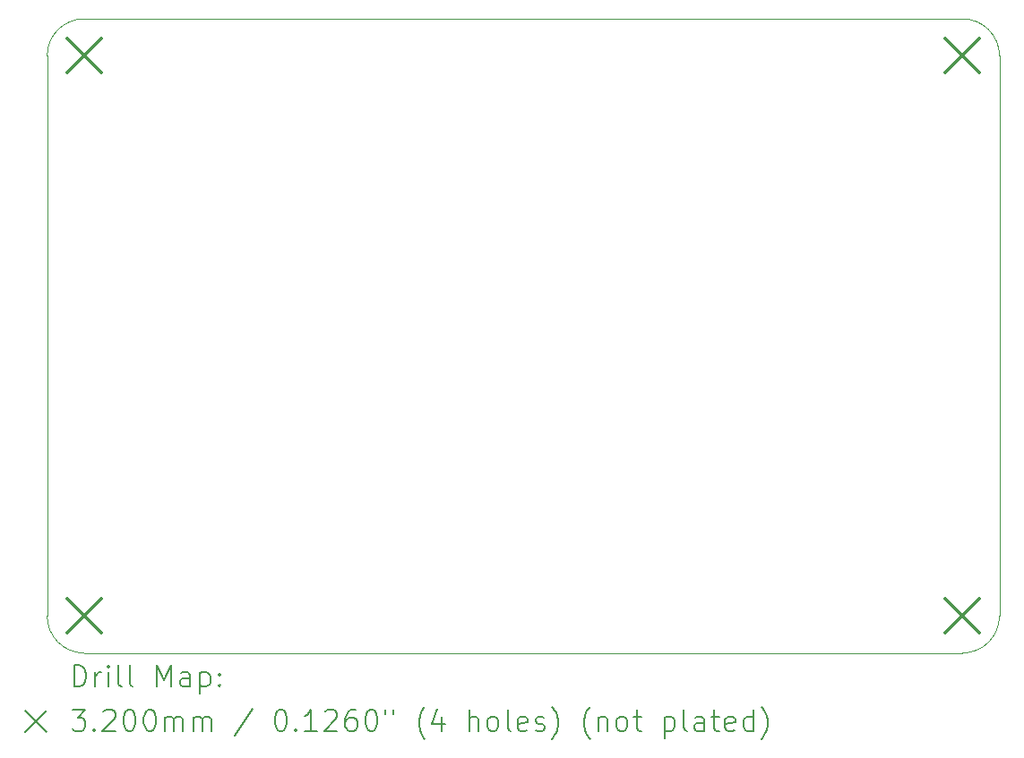
<source format=gbr>
%TF.GenerationSoftware,KiCad,Pcbnew,7.0.7*%
%TF.CreationDate,2023-09-15T22:31:14+02:00*%
%TF.ProjectId,Nixie PSU,4e697869-6520-4505-9355-2e6b69636164,rev?*%
%TF.SameCoordinates,Original*%
%TF.FileFunction,Drillmap*%
%TF.FilePolarity,Positive*%
%FSLAX45Y45*%
G04 Gerber Fmt 4.5, Leading zero omitted, Abs format (unit mm)*
G04 Created by KiCad (PCBNEW 7.0.7) date 2023-09-15 22:31:14*
%MOMM*%
%LPD*%
G01*
G04 APERTURE LIST*
%ADD10C,0.100000*%
%ADD11C,0.200000*%
%ADD12C,0.320000*%
G04 APERTURE END LIST*
D10*
X19650000Y-5800000D02*
X19650000Y-11100000D01*
X11000000Y-11450000D02*
X19300000Y-11450000D01*
X19300000Y-11450000D02*
G75*
G03*
X19650000Y-11100000I0J350000D01*
G01*
X11000000Y-5450000D02*
G75*
G03*
X10650000Y-5800000I0J-350000D01*
G01*
X10650000Y-11100000D02*
G75*
G03*
X11000000Y-11450000I350000J0D01*
G01*
X19650000Y-5800000D02*
G75*
G03*
X19300000Y-5450000I-350000J0D01*
G01*
X10650000Y-5800000D02*
X10650000Y-11100000D01*
X11000000Y-5450000D02*
X19300000Y-5450000D01*
D11*
D12*
X10840000Y-5640000D02*
X11160000Y-5960000D01*
X11160000Y-5640000D02*
X10840000Y-5960000D01*
X10840000Y-10940000D02*
X11160000Y-11260000D01*
X11160000Y-10940000D02*
X10840000Y-11260000D01*
X19140000Y-5640000D02*
X19460000Y-5960000D01*
X19460000Y-5640000D02*
X19140000Y-5960000D01*
X19140000Y-10940000D02*
X19460000Y-11260000D01*
X19460000Y-10940000D02*
X19140000Y-11260000D01*
D11*
X10905777Y-11766484D02*
X10905777Y-11566484D01*
X10905777Y-11566484D02*
X10953396Y-11566484D01*
X10953396Y-11566484D02*
X10981967Y-11576008D01*
X10981967Y-11576008D02*
X11001015Y-11595055D01*
X11001015Y-11595055D02*
X11010539Y-11614103D01*
X11010539Y-11614103D02*
X11020063Y-11652198D01*
X11020063Y-11652198D02*
X11020063Y-11680769D01*
X11020063Y-11680769D02*
X11010539Y-11718865D01*
X11010539Y-11718865D02*
X11001015Y-11737912D01*
X11001015Y-11737912D02*
X10981967Y-11756960D01*
X10981967Y-11756960D02*
X10953396Y-11766484D01*
X10953396Y-11766484D02*
X10905777Y-11766484D01*
X11105777Y-11766484D02*
X11105777Y-11633150D01*
X11105777Y-11671246D02*
X11115301Y-11652198D01*
X11115301Y-11652198D02*
X11124824Y-11642674D01*
X11124824Y-11642674D02*
X11143872Y-11633150D01*
X11143872Y-11633150D02*
X11162920Y-11633150D01*
X11229586Y-11766484D02*
X11229586Y-11633150D01*
X11229586Y-11566484D02*
X11220062Y-11576008D01*
X11220062Y-11576008D02*
X11229586Y-11585531D01*
X11229586Y-11585531D02*
X11239110Y-11576008D01*
X11239110Y-11576008D02*
X11229586Y-11566484D01*
X11229586Y-11566484D02*
X11229586Y-11585531D01*
X11353396Y-11766484D02*
X11334348Y-11756960D01*
X11334348Y-11756960D02*
X11324824Y-11737912D01*
X11324824Y-11737912D02*
X11324824Y-11566484D01*
X11458158Y-11766484D02*
X11439110Y-11756960D01*
X11439110Y-11756960D02*
X11429586Y-11737912D01*
X11429586Y-11737912D02*
X11429586Y-11566484D01*
X11686729Y-11766484D02*
X11686729Y-11566484D01*
X11686729Y-11566484D02*
X11753396Y-11709341D01*
X11753396Y-11709341D02*
X11820062Y-11566484D01*
X11820062Y-11566484D02*
X11820062Y-11766484D01*
X12001015Y-11766484D02*
X12001015Y-11661722D01*
X12001015Y-11661722D02*
X11991491Y-11642674D01*
X11991491Y-11642674D02*
X11972443Y-11633150D01*
X11972443Y-11633150D02*
X11934348Y-11633150D01*
X11934348Y-11633150D02*
X11915301Y-11642674D01*
X12001015Y-11756960D02*
X11981967Y-11766484D01*
X11981967Y-11766484D02*
X11934348Y-11766484D01*
X11934348Y-11766484D02*
X11915301Y-11756960D01*
X11915301Y-11756960D02*
X11905777Y-11737912D01*
X11905777Y-11737912D02*
X11905777Y-11718865D01*
X11905777Y-11718865D02*
X11915301Y-11699817D01*
X11915301Y-11699817D02*
X11934348Y-11690293D01*
X11934348Y-11690293D02*
X11981967Y-11690293D01*
X11981967Y-11690293D02*
X12001015Y-11680769D01*
X12096253Y-11633150D02*
X12096253Y-11833150D01*
X12096253Y-11642674D02*
X12115301Y-11633150D01*
X12115301Y-11633150D02*
X12153396Y-11633150D01*
X12153396Y-11633150D02*
X12172443Y-11642674D01*
X12172443Y-11642674D02*
X12181967Y-11652198D01*
X12181967Y-11652198D02*
X12191491Y-11671246D01*
X12191491Y-11671246D02*
X12191491Y-11728388D01*
X12191491Y-11728388D02*
X12181967Y-11747436D01*
X12181967Y-11747436D02*
X12172443Y-11756960D01*
X12172443Y-11756960D02*
X12153396Y-11766484D01*
X12153396Y-11766484D02*
X12115301Y-11766484D01*
X12115301Y-11766484D02*
X12096253Y-11756960D01*
X12277205Y-11747436D02*
X12286729Y-11756960D01*
X12286729Y-11756960D02*
X12277205Y-11766484D01*
X12277205Y-11766484D02*
X12267682Y-11756960D01*
X12267682Y-11756960D02*
X12277205Y-11747436D01*
X12277205Y-11747436D02*
X12277205Y-11766484D01*
X12277205Y-11642674D02*
X12286729Y-11652198D01*
X12286729Y-11652198D02*
X12277205Y-11661722D01*
X12277205Y-11661722D02*
X12267682Y-11652198D01*
X12267682Y-11652198D02*
X12277205Y-11642674D01*
X12277205Y-11642674D02*
X12277205Y-11661722D01*
X10445000Y-11995000D02*
X10645000Y-12195000D01*
X10645000Y-11995000D02*
X10445000Y-12195000D01*
X10886729Y-11986484D02*
X11010539Y-11986484D01*
X11010539Y-11986484D02*
X10943872Y-12062674D01*
X10943872Y-12062674D02*
X10972444Y-12062674D01*
X10972444Y-12062674D02*
X10991491Y-12072198D01*
X10991491Y-12072198D02*
X11001015Y-12081722D01*
X11001015Y-12081722D02*
X11010539Y-12100769D01*
X11010539Y-12100769D02*
X11010539Y-12148388D01*
X11010539Y-12148388D02*
X11001015Y-12167436D01*
X11001015Y-12167436D02*
X10991491Y-12176960D01*
X10991491Y-12176960D02*
X10972444Y-12186484D01*
X10972444Y-12186484D02*
X10915301Y-12186484D01*
X10915301Y-12186484D02*
X10896253Y-12176960D01*
X10896253Y-12176960D02*
X10886729Y-12167436D01*
X11096253Y-12167436D02*
X11105777Y-12176960D01*
X11105777Y-12176960D02*
X11096253Y-12186484D01*
X11096253Y-12186484D02*
X11086729Y-12176960D01*
X11086729Y-12176960D02*
X11096253Y-12167436D01*
X11096253Y-12167436D02*
X11096253Y-12186484D01*
X11181967Y-12005531D02*
X11191491Y-11996008D01*
X11191491Y-11996008D02*
X11210539Y-11986484D01*
X11210539Y-11986484D02*
X11258158Y-11986484D01*
X11258158Y-11986484D02*
X11277205Y-11996008D01*
X11277205Y-11996008D02*
X11286729Y-12005531D01*
X11286729Y-12005531D02*
X11296253Y-12024579D01*
X11296253Y-12024579D02*
X11296253Y-12043627D01*
X11296253Y-12043627D02*
X11286729Y-12072198D01*
X11286729Y-12072198D02*
X11172444Y-12186484D01*
X11172444Y-12186484D02*
X11296253Y-12186484D01*
X11420062Y-11986484D02*
X11439110Y-11986484D01*
X11439110Y-11986484D02*
X11458158Y-11996008D01*
X11458158Y-11996008D02*
X11467682Y-12005531D01*
X11467682Y-12005531D02*
X11477205Y-12024579D01*
X11477205Y-12024579D02*
X11486729Y-12062674D01*
X11486729Y-12062674D02*
X11486729Y-12110293D01*
X11486729Y-12110293D02*
X11477205Y-12148388D01*
X11477205Y-12148388D02*
X11467682Y-12167436D01*
X11467682Y-12167436D02*
X11458158Y-12176960D01*
X11458158Y-12176960D02*
X11439110Y-12186484D01*
X11439110Y-12186484D02*
X11420062Y-12186484D01*
X11420062Y-12186484D02*
X11401015Y-12176960D01*
X11401015Y-12176960D02*
X11391491Y-12167436D01*
X11391491Y-12167436D02*
X11381967Y-12148388D01*
X11381967Y-12148388D02*
X11372443Y-12110293D01*
X11372443Y-12110293D02*
X11372443Y-12062674D01*
X11372443Y-12062674D02*
X11381967Y-12024579D01*
X11381967Y-12024579D02*
X11391491Y-12005531D01*
X11391491Y-12005531D02*
X11401015Y-11996008D01*
X11401015Y-11996008D02*
X11420062Y-11986484D01*
X11610539Y-11986484D02*
X11629586Y-11986484D01*
X11629586Y-11986484D02*
X11648634Y-11996008D01*
X11648634Y-11996008D02*
X11658158Y-12005531D01*
X11658158Y-12005531D02*
X11667682Y-12024579D01*
X11667682Y-12024579D02*
X11677205Y-12062674D01*
X11677205Y-12062674D02*
X11677205Y-12110293D01*
X11677205Y-12110293D02*
X11667682Y-12148388D01*
X11667682Y-12148388D02*
X11658158Y-12167436D01*
X11658158Y-12167436D02*
X11648634Y-12176960D01*
X11648634Y-12176960D02*
X11629586Y-12186484D01*
X11629586Y-12186484D02*
X11610539Y-12186484D01*
X11610539Y-12186484D02*
X11591491Y-12176960D01*
X11591491Y-12176960D02*
X11581967Y-12167436D01*
X11581967Y-12167436D02*
X11572443Y-12148388D01*
X11572443Y-12148388D02*
X11562920Y-12110293D01*
X11562920Y-12110293D02*
X11562920Y-12062674D01*
X11562920Y-12062674D02*
X11572443Y-12024579D01*
X11572443Y-12024579D02*
X11581967Y-12005531D01*
X11581967Y-12005531D02*
X11591491Y-11996008D01*
X11591491Y-11996008D02*
X11610539Y-11986484D01*
X11762920Y-12186484D02*
X11762920Y-12053150D01*
X11762920Y-12072198D02*
X11772443Y-12062674D01*
X11772443Y-12062674D02*
X11791491Y-12053150D01*
X11791491Y-12053150D02*
X11820063Y-12053150D01*
X11820063Y-12053150D02*
X11839110Y-12062674D01*
X11839110Y-12062674D02*
X11848634Y-12081722D01*
X11848634Y-12081722D02*
X11848634Y-12186484D01*
X11848634Y-12081722D02*
X11858158Y-12062674D01*
X11858158Y-12062674D02*
X11877205Y-12053150D01*
X11877205Y-12053150D02*
X11905777Y-12053150D01*
X11905777Y-12053150D02*
X11924824Y-12062674D01*
X11924824Y-12062674D02*
X11934348Y-12081722D01*
X11934348Y-12081722D02*
X11934348Y-12186484D01*
X12029586Y-12186484D02*
X12029586Y-12053150D01*
X12029586Y-12072198D02*
X12039110Y-12062674D01*
X12039110Y-12062674D02*
X12058158Y-12053150D01*
X12058158Y-12053150D02*
X12086729Y-12053150D01*
X12086729Y-12053150D02*
X12105777Y-12062674D01*
X12105777Y-12062674D02*
X12115301Y-12081722D01*
X12115301Y-12081722D02*
X12115301Y-12186484D01*
X12115301Y-12081722D02*
X12124824Y-12062674D01*
X12124824Y-12062674D02*
X12143872Y-12053150D01*
X12143872Y-12053150D02*
X12172443Y-12053150D01*
X12172443Y-12053150D02*
X12191491Y-12062674D01*
X12191491Y-12062674D02*
X12201015Y-12081722D01*
X12201015Y-12081722D02*
X12201015Y-12186484D01*
X12591491Y-11976960D02*
X12420063Y-12234103D01*
X12848634Y-11986484D02*
X12867682Y-11986484D01*
X12867682Y-11986484D02*
X12886729Y-11996008D01*
X12886729Y-11996008D02*
X12896253Y-12005531D01*
X12896253Y-12005531D02*
X12905777Y-12024579D01*
X12905777Y-12024579D02*
X12915301Y-12062674D01*
X12915301Y-12062674D02*
X12915301Y-12110293D01*
X12915301Y-12110293D02*
X12905777Y-12148388D01*
X12905777Y-12148388D02*
X12896253Y-12167436D01*
X12896253Y-12167436D02*
X12886729Y-12176960D01*
X12886729Y-12176960D02*
X12867682Y-12186484D01*
X12867682Y-12186484D02*
X12848634Y-12186484D01*
X12848634Y-12186484D02*
X12829586Y-12176960D01*
X12829586Y-12176960D02*
X12820063Y-12167436D01*
X12820063Y-12167436D02*
X12810539Y-12148388D01*
X12810539Y-12148388D02*
X12801015Y-12110293D01*
X12801015Y-12110293D02*
X12801015Y-12062674D01*
X12801015Y-12062674D02*
X12810539Y-12024579D01*
X12810539Y-12024579D02*
X12820063Y-12005531D01*
X12820063Y-12005531D02*
X12829586Y-11996008D01*
X12829586Y-11996008D02*
X12848634Y-11986484D01*
X13001015Y-12167436D02*
X13010539Y-12176960D01*
X13010539Y-12176960D02*
X13001015Y-12186484D01*
X13001015Y-12186484D02*
X12991491Y-12176960D01*
X12991491Y-12176960D02*
X13001015Y-12167436D01*
X13001015Y-12167436D02*
X13001015Y-12186484D01*
X13201015Y-12186484D02*
X13086729Y-12186484D01*
X13143872Y-12186484D02*
X13143872Y-11986484D01*
X13143872Y-11986484D02*
X13124825Y-12015055D01*
X13124825Y-12015055D02*
X13105777Y-12034103D01*
X13105777Y-12034103D02*
X13086729Y-12043627D01*
X13277206Y-12005531D02*
X13286729Y-11996008D01*
X13286729Y-11996008D02*
X13305777Y-11986484D01*
X13305777Y-11986484D02*
X13353396Y-11986484D01*
X13353396Y-11986484D02*
X13372444Y-11996008D01*
X13372444Y-11996008D02*
X13381967Y-12005531D01*
X13381967Y-12005531D02*
X13391491Y-12024579D01*
X13391491Y-12024579D02*
X13391491Y-12043627D01*
X13391491Y-12043627D02*
X13381967Y-12072198D01*
X13381967Y-12072198D02*
X13267682Y-12186484D01*
X13267682Y-12186484D02*
X13391491Y-12186484D01*
X13562920Y-11986484D02*
X13524825Y-11986484D01*
X13524825Y-11986484D02*
X13505777Y-11996008D01*
X13505777Y-11996008D02*
X13496253Y-12005531D01*
X13496253Y-12005531D02*
X13477206Y-12034103D01*
X13477206Y-12034103D02*
X13467682Y-12072198D01*
X13467682Y-12072198D02*
X13467682Y-12148388D01*
X13467682Y-12148388D02*
X13477206Y-12167436D01*
X13477206Y-12167436D02*
X13486729Y-12176960D01*
X13486729Y-12176960D02*
X13505777Y-12186484D01*
X13505777Y-12186484D02*
X13543872Y-12186484D01*
X13543872Y-12186484D02*
X13562920Y-12176960D01*
X13562920Y-12176960D02*
X13572444Y-12167436D01*
X13572444Y-12167436D02*
X13581967Y-12148388D01*
X13581967Y-12148388D02*
X13581967Y-12100769D01*
X13581967Y-12100769D02*
X13572444Y-12081722D01*
X13572444Y-12081722D02*
X13562920Y-12072198D01*
X13562920Y-12072198D02*
X13543872Y-12062674D01*
X13543872Y-12062674D02*
X13505777Y-12062674D01*
X13505777Y-12062674D02*
X13486729Y-12072198D01*
X13486729Y-12072198D02*
X13477206Y-12081722D01*
X13477206Y-12081722D02*
X13467682Y-12100769D01*
X13705777Y-11986484D02*
X13724825Y-11986484D01*
X13724825Y-11986484D02*
X13743872Y-11996008D01*
X13743872Y-11996008D02*
X13753396Y-12005531D01*
X13753396Y-12005531D02*
X13762920Y-12024579D01*
X13762920Y-12024579D02*
X13772444Y-12062674D01*
X13772444Y-12062674D02*
X13772444Y-12110293D01*
X13772444Y-12110293D02*
X13762920Y-12148388D01*
X13762920Y-12148388D02*
X13753396Y-12167436D01*
X13753396Y-12167436D02*
X13743872Y-12176960D01*
X13743872Y-12176960D02*
X13724825Y-12186484D01*
X13724825Y-12186484D02*
X13705777Y-12186484D01*
X13705777Y-12186484D02*
X13686729Y-12176960D01*
X13686729Y-12176960D02*
X13677206Y-12167436D01*
X13677206Y-12167436D02*
X13667682Y-12148388D01*
X13667682Y-12148388D02*
X13658158Y-12110293D01*
X13658158Y-12110293D02*
X13658158Y-12062674D01*
X13658158Y-12062674D02*
X13667682Y-12024579D01*
X13667682Y-12024579D02*
X13677206Y-12005531D01*
X13677206Y-12005531D02*
X13686729Y-11996008D01*
X13686729Y-11996008D02*
X13705777Y-11986484D01*
X13848634Y-11986484D02*
X13848634Y-12024579D01*
X13924825Y-11986484D02*
X13924825Y-12024579D01*
X14220063Y-12262674D02*
X14210539Y-12253150D01*
X14210539Y-12253150D02*
X14191491Y-12224579D01*
X14191491Y-12224579D02*
X14181968Y-12205531D01*
X14181968Y-12205531D02*
X14172444Y-12176960D01*
X14172444Y-12176960D02*
X14162920Y-12129341D01*
X14162920Y-12129341D02*
X14162920Y-12091246D01*
X14162920Y-12091246D02*
X14172444Y-12043627D01*
X14172444Y-12043627D02*
X14181968Y-12015055D01*
X14181968Y-12015055D02*
X14191491Y-11996008D01*
X14191491Y-11996008D02*
X14210539Y-11967436D01*
X14210539Y-11967436D02*
X14220063Y-11957912D01*
X14381968Y-12053150D02*
X14381968Y-12186484D01*
X14334348Y-11976960D02*
X14286729Y-12119817D01*
X14286729Y-12119817D02*
X14410539Y-12119817D01*
X14639110Y-12186484D02*
X14639110Y-11986484D01*
X14724825Y-12186484D02*
X14724825Y-12081722D01*
X14724825Y-12081722D02*
X14715301Y-12062674D01*
X14715301Y-12062674D02*
X14696253Y-12053150D01*
X14696253Y-12053150D02*
X14667682Y-12053150D01*
X14667682Y-12053150D02*
X14648634Y-12062674D01*
X14648634Y-12062674D02*
X14639110Y-12072198D01*
X14848634Y-12186484D02*
X14829587Y-12176960D01*
X14829587Y-12176960D02*
X14820063Y-12167436D01*
X14820063Y-12167436D02*
X14810539Y-12148388D01*
X14810539Y-12148388D02*
X14810539Y-12091246D01*
X14810539Y-12091246D02*
X14820063Y-12072198D01*
X14820063Y-12072198D02*
X14829587Y-12062674D01*
X14829587Y-12062674D02*
X14848634Y-12053150D01*
X14848634Y-12053150D02*
X14877206Y-12053150D01*
X14877206Y-12053150D02*
X14896253Y-12062674D01*
X14896253Y-12062674D02*
X14905777Y-12072198D01*
X14905777Y-12072198D02*
X14915301Y-12091246D01*
X14915301Y-12091246D02*
X14915301Y-12148388D01*
X14915301Y-12148388D02*
X14905777Y-12167436D01*
X14905777Y-12167436D02*
X14896253Y-12176960D01*
X14896253Y-12176960D02*
X14877206Y-12186484D01*
X14877206Y-12186484D02*
X14848634Y-12186484D01*
X15029587Y-12186484D02*
X15010539Y-12176960D01*
X15010539Y-12176960D02*
X15001015Y-12157912D01*
X15001015Y-12157912D02*
X15001015Y-11986484D01*
X15181968Y-12176960D02*
X15162920Y-12186484D01*
X15162920Y-12186484D02*
X15124825Y-12186484D01*
X15124825Y-12186484D02*
X15105777Y-12176960D01*
X15105777Y-12176960D02*
X15096253Y-12157912D01*
X15096253Y-12157912D02*
X15096253Y-12081722D01*
X15096253Y-12081722D02*
X15105777Y-12062674D01*
X15105777Y-12062674D02*
X15124825Y-12053150D01*
X15124825Y-12053150D02*
X15162920Y-12053150D01*
X15162920Y-12053150D02*
X15181968Y-12062674D01*
X15181968Y-12062674D02*
X15191491Y-12081722D01*
X15191491Y-12081722D02*
X15191491Y-12100769D01*
X15191491Y-12100769D02*
X15096253Y-12119817D01*
X15267682Y-12176960D02*
X15286730Y-12186484D01*
X15286730Y-12186484D02*
X15324825Y-12186484D01*
X15324825Y-12186484D02*
X15343872Y-12176960D01*
X15343872Y-12176960D02*
X15353396Y-12157912D01*
X15353396Y-12157912D02*
X15353396Y-12148388D01*
X15353396Y-12148388D02*
X15343872Y-12129341D01*
X15343872Y-12129341D02*
X15324825Y-12119817D01*
X15324825Y-12119817D02*
X15296253Y-12119817D01*
X15296253Y-12119817D02*
X15277206Y-12110293D01*
X15277206Y-12110293D02*
X15267682Y-12091246D01*
X15267682Y-12091246D02*
X15267682Y-12081722D01*
X15267682Y-12081722D02*
X15277206Y-12062674D01*
X15277206Y-12062674D02*
X15296253Y-12053150D01*
X15296253Y-12053150D02*
X15324825Y-12053150D01*
X15324825Y-12053150D02*
X15343872Y-12062674D01*
X15420063Y-12262674D02*
X15429587Y-12253150D01*
X15429587Y-12253150D02*
X15448634Y-12224579D01*
X15448634Y-12224579D02*
X15458158Y-12205531D01*
X15458158Y-12205531D02*
X15467682Y-12176960D01*
X15467682Y-12176960D02*
X15477206Y-12129341D01*
X15477206Y-12129341D02*
X15477206Y-12091246D01*
X15477206Y-12091246D02*
X15467682Y-12043627D01*
X15467682Y-12043627D02*
X15458158Y-12015055D01*
X15458158Y-12015055D02*
X15448634Y-11996008D01*
X15448634Y-11996008D02*
X15429587Y-11967436D01*
X15429587Y-11967436D02*
X15420063Y-11957912D01*
X15781968Y-12262674D02*
X15772444Y-12253150D01*
X15772444Y-12253150D02*
X15753396Y-12224579D01*
X15753396Y-12224579D02*
X15743872Y-12205531D01*
X15743872Y-12205531D02*
X15734349Y-12176960D01*
X15734349Y-12176960D02*
X15724825Y-12129341D01*
X15724825Y-12129341D02*
X15724825Y-12091246D01*
X15724825Y-12091246D02*
X15734349Y-12043627D01*
X15734349Y-12043627D02*
X15743872Y-12015055D01*
X15743872Y-12015055D02*
X15753396Y-11996008D01*
X15753396Y-11996008D02*
X15772444Y-11967436D01*
X15772444Y-11967436D02*
X15781968Y-11957912D01*
X15858158Y-12053150D02*
X15858158Y-12186484D01*
X15858158Y-12072198D02*
X15867682Y-12062674D01*
X15867682Y-12062674D02*
X15886730Y-12053150D01*
X15886730Y-12053150D02*
X15915301Y-12053150D01*
X15915301Y-12053150D02*
X15934349Y-12062674D01*
X15934349Y-12062674D02*
X15943872Y-12081722D01*
X15943872Y-12081722D02*
X15943872Y-12186484D01*
X16067682Y-12186484D02*
X16048634Y-12176960D01*
X16048634Y-12176960D02*
X16039111Y-12167436D01*
X16039111Y-12167436D02*
X16029587Y-12148388D01*
X16029587Y-12148388D02*
X16029587Y-12091246D01*
X16029587Y-12091246D02*
X16039111Y-12072198D01*
X16039111Y-12072198D02*
X16048634Y-12062674D01*
X16048634Y-12062674D02*
X16067682Y-12053150D01*
X16067682Y-12053150D02*
X16096253Y-12053150D01*
X16096253Y-12053150D02*
X16115301Y-12062674D01*
X16115301Y-12062674D02*
X16124825Y-12072198D01*
X16124825Y-12072198D02*
X16134349Y-12091246D01*
X16134349Y-12091246D02*
X16134349Y-12148388D01*
X16134349Y-12148388D02*
X16124825Y-12167436D01*
X16124825Y-12167436D02*
X16115301Y-12176960D01*
X16115301Y-12176960D02*
X16096253Y-12186484D01*
X16096253Y-12186484D02*
X16067682Y-12186484D01*
X16191492Y-12053150D02*
X16267682Y-12053150D01*
X16220063Y-11986484D02*
X16220063Y-12157912D01*
X16220063Y-12157912D02*
X16229587Y-12176960D01*
X16229587Y-12176960D02*
X16248634Y-12186484D01*
X16248634Y-12186484D02*
X16267682Y-12186484D01*
X16486730Y-12053150D02*
X16486730Y-12253150D01*
X16486730Y-12062674D02*
X16505777Y-12053150D01*
X16505777Y-12053150D02*
X16543873Y-12053150D01*
X16543873Y-12053150D02*
X16562920Y-12062674D01*
X16562920Y-12062674D02*
X16572444Y-12072198D01*
X16572444Y-12072198D02*
X16581968Y-12091246D01*
X16581968Y-12091246D02*
X16581968Y-12148388D01*
X16581968Y-12148388D02*
X16572444Y-12167436D01*
X16572444Y-12167436D02*
X16562920Y-12176960D01*
X16562920Y-12176960D02*
X16543873Y-12186484D01*
X16543873Y-12186484D02*
X16505777Y-12186484D01*
X16505777Y-12186484D02*
X16486730Y-12176960D01*
X16696253Y-12186484D02*
X16677206Y-12176960D01*
X16677206Y-12176960D02*
X16667682Y-12157912D01*
X16667682Y-12157912D02*
X16667682Y-11986484D01*
X16858158Y-12186484D02*
X16858158Y-12081722D01*
X16858158Y-12081722D02*
X16848635Y-12062674D01*
X16848635Y-12062674D02*
X16829587Y-12053150D01*
X16829587Y-12053150D02*
X16791492Y-12053150D01*
X16791492Y-12053150D02*
X16772444Y-12062674D01*
X16858158Y-12176960D02*
X16839111Y-12186484D01*
X16839111Y-12186484D02*
X16791492Y-12186484D01*
X16791492Y-12186484D02*
X16772444Y-12176960D01*
X16772444Y-12176960D02*
X16762920Y-12157912D01*
X16762920Y-12157912D02*
X16762920Y-12138865D01*
X16762920Y-12138865D02*
X16772444Y-12119817D01*
X16772444Y-12119817D02*
X16791492Y-12110293D01*
X16791492Y-12110293D02*
X16839111Y-12110293D01*
X16839111Y-12110293D02*
X16858158Y-12100769D01*
X16924825Y-12053150D02*
X17001015Y-12053150D01*
X16953396Y-11986484D02*
X16953396Y-12157912D01*
X16953396Y-12157912D02*
X16962920Y-12176960D01*
X16962920Y-12176960D02*
X16981968Y-12186484D01*
X16981968Y-12186484D02*
X17001015Y-12186484D01*
X17143873Y-12176960D02*
X17124825Y-12186484D01*
X17124825Y-12186484D02*
X17086730Y-12186484D01*
X17086730Y-12186484D02*
X17067682Y-12176960D01*
X17067682Y-12176960D02*
X17058158Y-12157912D01*
X17058158Y-12157912D02*
X17058158Y-12081722D01*
X17058158Y-12081722D02*
X17067682Y-12062674D01*
X17067682Y-12062674D02*
X17086730Y-12053150D01*
X17086730Y-12053150D02*
X17124825Y-12053150D01*
X17124825Y-12053150D02*
X17143873Y-12062674D01*
X17143873Y-12062674D02*
X17153396Y-12081722D01*
X17153396Y-12081722D02*
X17153396Y-12100769D01*
X17153396Y-12100769D02*
X17058158Y-12119817D01*
X17324825Y-12186484D02*
X17324825Y-11986484D01*
X17324825Y-12176960D02*
X17305777Y-12186484D01*
X17305777Y-12186484D02*
X17267682Y-12186484D01*
X17267682Y-12186484D02*
X17248635Y-12176960D01*
X17248635Y-12176960D02*
X17239111Y-12167436D01*
X17239111Y-12167436D02*
X17229587Y-12148388D01*
X17229587Y-12148388D02*
X17229587Y-12091246D01*
X17229587Y-12091246D02*
X17239111Y-12072198D01*
X17239111Y-12072198D02*
X17248635Y-12062674D01*
X17248635Y-12062674D02*
X17267682Y-12053150D01*
X17267682Y-12053150D02*
X17305777Y-12053150D01*
X17305777Y-12053150D02*
X17324825Y-12062674D01*
X17401016Y-12262674D02*
X17410539Y-12253150D01*
X17410539Y-12253150D02*
X17429587Y-12224579D01*
X17429587Y-12224579D02*
X17439111Y-12205531D01*
X17439111Y-12205531D02*
X17448635Y-12176960D01*
X17448635Y-12176960D02*
X17458158Y-12129341D01*
X17458158Y-12129341D02*
X17458158Y-12091246D01*
X17458158Y-12091246D02*
X17448635Y-12043627D01*
X17448635Y-12043627D02*
X17439111Y-12015055D01*
X17439111Y-12015055D02*
X17429587Y-11996008D01*
X17429587Y-11996008D02*
X17410539Y-11967436D01*
X17410539Y-11967436D02*
X17401016Y-11957912D01*
M02*

</source>
